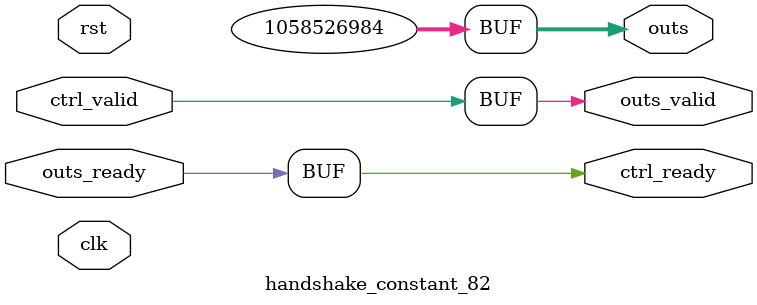
<source format=v>
`timescale 1ns / 1ps
module handshake_constant_82 #(
  parameter DATA_WIDTH = 32  // Default set to 32 bits
) (
  input                       clk,
  input                       rst,
  // Input Channel
  input                       ctrl_valid,
  output                      ctrl_ready,
  // Output Channel
  output [DATA_WIDTH - 1 : 0] outs,
  output                      outs_valid,
  input                       outs_ready
);
  assign outs       = 30'b111111000101111101011100001000;
  assign outs_valid = ctrl_valid;
  assign ctrl_ready = outs_ready;

endmodule

</source>
